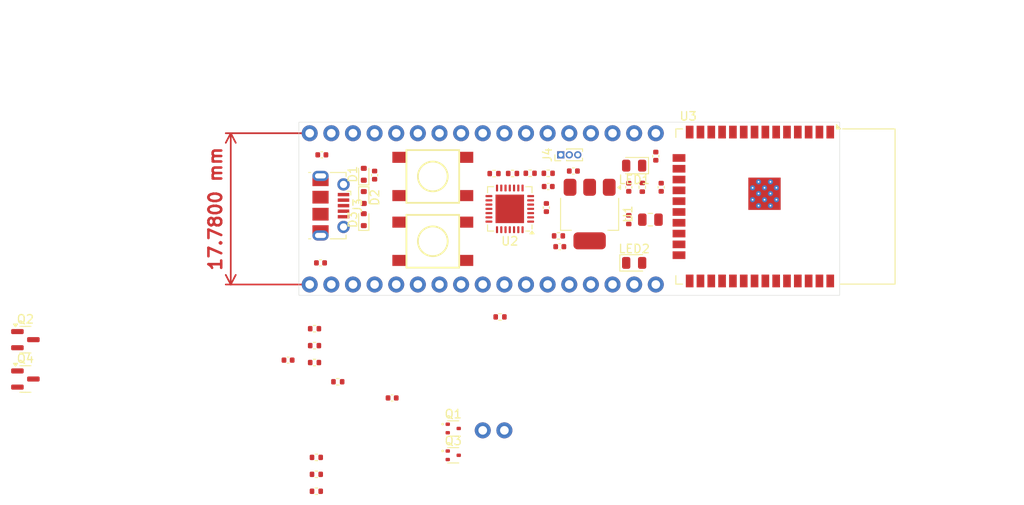
<source format=kicad_pcb>
(kicad_pcb (version 20240108) (generator "pcbnew") (generator_version "8.0")
  (layers (0 "F.Cu" signal) (31 "B.Cu" signal) (34 "B.Paste" user) (35 "F.Paste" user) (36 "B.SilkS" user "B.Silkscreen") (37 "F.SilkS" user "F.Silkscreen") (38 "B.Mask" user) (39 "F.Mask" user) (44 "Edge.Cuts" user))
  (net 0 "")
  (net 1 "5V")
  (net 2 "3.3V")
  (net 4 "Net-(J5-Pin_2)")
  (net 5 "EN")
  (net 6 "5V_EXT")
  (net 7 "IO0_BTN")
  (net 8 "USB_DN")
  (net 9 "USB_DP")
  (net 10 "IO26")
  (net 11 "IO13")
  (net 12 "IO32")
  (net 13 "I35")
  (net 14 "IO14")
  (net 15 "I34")
  (net 16 "IO12")
  (net 17 "I39")
  (net 18 "I36")
  (net 19 "IO27")
  (net 20 "IO25")
  (net 21 "IO33")
  (net 22 "IO21")
  (net 23 "IO17")
  (net 24 "RXD0")
  (net 25 "IO5")
  (net 26 "IO22")
  (net 27 "IO15")
  (net 28 "IO4")
  (net 29 "IO2")
  (net 30 "IO23")
  (net 31 "TXD0")
  (net 32 "IO16")
  (net 33 "IO19")
  (net 34 "IO0_CON")
  (net 35 "IO18")
  (net 45 "5V_VBUS")
  (net 46 "Net-(LED1-A)")
  (net 47 "Net-(LED2-A)")
  (net 48 "RTS")
  (net 52 "Net-(Q2-B)")
  (net 53 "DTR")
  (net 54 "Net-(Q4-B)")
  (net 55 "Net-(U2-~{RST})")
  (net 56 "RXD")
  (net 59 "TXD")
  (net 65 "Net-(U2-VBUS)")
  (net 66 "Net-(U2-~{SUSPEND})")
  (net 67 "IO0")
  (net 80 "GND")
  (footprint "SparkFun-Resistor:R_0402_1005Metric" (layer "F.Cu") (at 140.335 92.71 -90)
    (property "Reference" "R2")
    (property "Value" "560")
    (fp_line (start -0.153641 0.38) (end 0.153641 0.38) (stroke (width 0.12)) (layer "F.SilkS"))
    (fp_line (start -0.153641 -0.38) (end 0.153641 -0.38) (stroke (width 0.12)) (layer "F.SilkS"))
    (pad "1" smd roundrect (at -0.51 0 270) (size 0.54 0.64) (layers "F.Cu" "F.Paste" "F.Mask") (net 2 "3.3V"))
    (pad "2" smd roundrect (at 0.51 0 270) (size 0.54 0.64) (layers "F.Cu" "F.Paste" "F.Mask") (net 47 "Net-(LED2-A)"))
  )
  (footprint "SparkFun-Capacitor:C_0402_1005Metric" (layer "F.Cu") (at 110.49 87.475 -90)
    (property "Reference" "C3")
    (property "Value" "0.1uF")
    (fp_line (start -0.107836 0.36) (end 0.107836 0.36) (stroke (width 0.12)) (layer "F.SilkS"))
    (fp_line (start -0.107836 -0.36) (end 0.107836 -0.36) (stroke (width 0.12)) (layer "F.SilkS"))
    (pad "1" smd roundrect (at -0.48 0 270) (size 0.56 0.62) (layers "F.Cu" "F.Paste" "F.Mask") (net 45 "5V_VBUS"))
    (pad "2" smd roundrect (at 0.48 0 270) (size 0.56 0.62) (layers "F.Cu" "F.Paste" "F.Mask") (net 80 "GND"))
  )
  (footprint "Package_TO_SOT_SMD:SOT-523" (layer "F.Cu") (at 119.725 120.405)
    (property "Reference" "Q3" (at 0 -1.7 0) (layer "F.SilkS"))
    (property "Value" "DMG1012T")
    (fp_line (start 0.65 -0.9) (end -0.65 -0.9) (stroke (width 0.12)) (layer "F.SilkS"))
    (fp_line (start 0.65 0.9) (end -0.65 0.9) (stroke (width 0.12)) (layer "F.SilkS"))
    (fp_circle (center -1.25 -0.51) (end -1.1 -0.51) (fill solid) (layer "F.SilkS"))
    (pad "1" smd roundrect (at -0.645 -0.5 180) (size 0.51 0.4) (layers "F.Cu" "F.Paste" "F.Mask") (net 4 "Net-(J5-Pin_2)"))
    (pad "2" smd roundrect (at -0.645 0.5 180) (size 0.51 0.4) (layers "F.Cu" "F.Paste" "F.Mask") (net 80 "GND"))
    (pad "3" smd roundrect (at 0.645 0 180) (size 0.51 0.4) (layers "F.Cu" "F.Paste" "F.Mask") (net 8 "USB_DN"))
  )
  (footprint "SparkFun-Capacitor:C_0402_1005Metric" (layer "F.Cu") (at 100.33 109.22)
    (property "Reference" "C13")
    (property "Value" "0.1uF")
    (fp_line (start -0.107836 -0.36) (end 0.107836 -0.36) (stroke (width 0.12)) (layer "F.SilkS"))
    (fp_line (start -0.107836 0.36) (end 0.107836 0.36) (stroke (width 0.12)) (layer "F.SilkS"))
    (pad "1" smd roundrect (at -0.48 0) (size 0.56 0.62) (layers "F.Cu" "F.Paste" "F.Mask") (net 7 "IO0_BTN"))
    (pad "2" smd roundrect (at 0.48 0) (size 0.56 0.62) (layers "F.Cu" "F.Paste" "F.Mask") (net 80 "GND"))
  )
  (footprint "Diode_SMD:D_SOD-523" (layer "F.Cu") (at 109.22 90.105 -90)
    (property "Reference" "D2" (at 0 -1.3 90) (layer "F.SilkS"))
    (property "Value" "LESD5D5.0CT1G")
    (fp_line (start 0.7 0.6) (end -1.26 0.6) (stroke (width 0.12)) (layer "F.SilkS"))
    (fp_line (start -1.26 -0.6) (end -1.26 0.6) (stroke (width 0.12)) (layer "F.SilkS"))
    (fp_line (start 0.7 -0.6) (end -1.26 -0.6) (stroke (width 0.12)) (layer "F.SilkS"))
    (pad "1" smd roundrect (at -0.7 0 90) (size 0.6 0.7) (layers "F.Cu" "F.Paste" "F.Mask") (net 80 "GND"))
    (pad "2" smd roundrect (at 0.7 0 90) (size 0.6 0.7) (layers "F.Cu" "F.Paste" "F.Mask") (net 8 "USB_DN"))
  )
  (footprint "SparkFun-Capacitor:C_0402_1005Metric" (layer "F.Cu") (at 130.66 91.285 -90)
    (property "Reference" "C4")
    (property "Value" "4.7uF")
    (fp_line (start -0.107836 0.36) (end 0.107836 0.36) (stroke (width 0.12)) (layer "F.SilkS"))
    (fp_line (start -0.107836 -0.36) (end 0.107836 -0.36) (stroke (width 0.12)) (layer "F.SilkS"))
    (pad "1" smd roundrect (at -0.48 0 270) (size 0.56 0.62) (layers "F.Cu" "F.Paste" "F.Mask") (net 2 "3.3V"))
    (pad "2" smd roundrect (at 0.48 0 270) (size 0.56 0.62) (layers "F.Cu" "F.Paste" "F.Mask") (net 80 "GND"))
  )
  (footprint "LED_SMD:LED_0805_2012Metric" (layer "F.Cu") (at 140.97 97.79)
    (property "Reference" "LED2" (at 0 -1.65 0) (layer "F.SilkS"))
    (property "Value" "LED Red")
    (fp_line (start -1.685 -0.96) (end -1.685 0.96) (stroke (width 0.12)) (layer "F.SilkS"))
    (fp_line (start -1.685 0.96) (end 1 0.96) (stroke (width 0.12)) (layer "F.SilkS"))
    (fp_line (start 1 -0.96) (end -1.685 -0.96) (stroke (width 0.12)) (layer "F.SilkS"))
    (pad "1" smd roundrect (at -0.9375 0) (size 0.975 1.4) (layers "F.Cu" "F.Paste" "F.Mask") (net 35 "IO18"))
    (pad "2" smd roundrect (at 0.9375 0) (size 0.975 1.4) (layers "F.Cu" "F.Paste" "F.Mask") (net 47 "Net-(LED2-A)"))
  )
  (footprint "SparkFun-Resistor:R_0402_1005Metric" (layer "F.Cu") (at 132.08 94.615 180)
    (property "Reference" "R13")
    (property "Value" "10k")
    (fp_line (start -0.153641 0.38) (end 0.153641 0.38) (stroke (width 0.12)) (layer "F.SilkS"))
    (fp_line (start -0.153641 -0.38) (end 0.153641 -0.38) (stroke (width 0.12)) (layer "F.SilkS"))
    (pad "1" smd roundrect (at -0.51 0 180) (size 0.54 0.64) (layers "F.Cu" "F.Paste" "F.Mask") (net 5 "EN"))
    (pad "2" smd roundrect (at 0.51 0 180) (size 0.54 0.64) (layers "F.Cu" "F.Paste" "F.Mask") (net 2 "3.3V"))
  )
  (footprint "Diode_SMD:D_SOD-523" (layer "F.Cu") (at 109.22 92.71 90)
    (property "Reference" "D3" (at 0 -1.3 90) (layer "F.SilkS"))
    (property "Value" "LESD5D5.0CT1G")
    (fp_line (start 0.7 -0.6) (end -1.26 -0.6) (stroke (width 0.12)) (layer "F.SilkS"))
    (fp_line (start -1.26 -0.6) (end -1.26 0.6) (stroke (width 0.12)) (layer "F.SilkS"))
    (fp_line (start 0.7 0.6) (end -1.26 0.6) (stroke (width 0.12)) (layer "F.SilkS"))
    (pad "1" smd roundrect (at -0.7 0 270) (size 0.6 0.7) (layers "F.Cu" "F.Paste" "F.Mask") (net 80 "GND"))
    (pad "2" smd roundrect (at 0.7 0 270) (size 0.6 0.7) (layers "F.Cu" "F.Paste" "F.Mask") (net 9 "USB_DP"))
  )
  (footprint "SparkFun-Capacitor:C_0402_1005Metric" (layer "F.Cu") (at 112.55 113.665)
    (property "Reference" "C6")
    (property "Value" "0.1uF")
    (fp_line (start -0.107836 -0.36) (end 0.107836 -0.36) (stroke (width 0.12)) (layer "F.SilkS"))
    (fp_line (start -0.107836 0.36) (end 0.107836 0.36) (stroke (width 0.12)) (layer "F.SilkS"))
    (pad "1" smd roundrect (at -0.48 0) (size 0.56 0.62) (layers "F.Cu" "F.Paste" "F.Mask") (net 4 "Net-(J5-Pin_2)"))
    (pad "2" smd roundrect (at 0.48 0) (size 0.56 0.62) (layers "F.Cu" "F.Paste" "F.Mask") (net 80 "GND"))
  )
  (footprint "SparkFun-Resistor:R_0402_1005Metric" (layer "F.Cu") (at 103.65 120.655)
    (property "Reference" "R11")
    (property "Value" "10k")
    (fp_line (start -0.153641 -0.38) (end 0.153641 -0.38) (stroke (width 0.12)) (layer "F.SilkS"))
    (fp_line (start -0.153641 0.38) (end 0.153641 0.38) (stroke (width 0.12)) (layer "F.SilkS"))
    (pad "1" smd roundrect (at -0.51 0) (size 0.54 0.64) (layers "F.Cu" "F.Paste" "F.Mask") (net 80 "GND"))
    (pad "2" smd roundrect (at 0.51 0) (size 0.54 0.64) (layers "F.Cu" "F.Paste" "F.Mask") (net 4 "Net-(J5-Pin_2)"))
  )
  (footprint "SparkFun-Resistor:R_0402_1005Metric" (layer "F.Cu") (at 130.875215 87.260049)
    (property "Reference" "R12")
    (property "Value" "47.5k")
    (fp_line (start -0.153641 -0.38) (end 0.153641 -0.38) (stroke (width 0.12)) (layer "F.SilkS"))
    (fp_line (start -0.153641 0.38) (end 0.153641 0.38) (stroke (width 0.12)) (layer "F.SilkS"))
    (pad "1" smd roundrect (at -0.51 0) (size 0.54 0.64) (layers "F.Cu" "F.Paste" "F.Mask") (net 65 "Net-(U2-VBUS)"))
    (pad "2" smd roundrect (at 0.51 0) (size 0.54 0.64) (layers "F.Cu" "F.Paste" "F.Mask") (net 80 "GND"))
  )
  (footprint "SparkFun-Resistor:R_0402_1005Metric" (layer "F.Cu") (at 128.756917 87.257251 180)
    (property "Reference" "R7")
    (property "Value" "22.1k")
    (fp_line (start -0.153641 0.38) (end 0.153641 0.38) (stroke (width 0.12)) (layer "F.SilkS"))
    (fp_line (start -0.153641 -0.38) (end 0.153641 -0.38) (stroke (width 0.12)) (layer "F.SilkS"))
    (pad "1" smd roundrect (at -0.51 0 180) (size 0.54 0.64) (layers "F.Cu" "F.Paste" "F.Mask") (net 65 "Net-(U2-VBUS)"))
    (pad "2" smd roundrect (at 0.51 0 180) (size 0.54 0.64) (layers "F.Cu" "F.Paste" "F.Mask") (net 45 "5V_VBUS"))
  )
  (footprint "SparkFun-Resistor:R_0402_1005Metric" (layer "F.Cu") (at 106.17 111.76)
    (property "Reference" "R10")
    (property "Value" "10k")
    (fp_line (start -0.153641 -0.38) (end 0.153641 -0.38) (stroke (width 0.12)) (layer "F.SilkS"))
    (fp_line (start -0.153641 0.38) (end 0.153641 0.38) (stroke (width 0.12)) (layer "F.SilkS"))
    (pad "1" smd roundrect (at -0.51 0) (size 0.54 0.64) (layers "F.Cu" "F.Paste" "F.Mask") (net 54 "Net-(Q4-B)"))
    (pad "2" smd roundrect (at 0.51 0) (size 0.54 0.64) (layers "F.Cu" "F.Paste" "F.Mask") (net 48 "RTS"))
  )
  (footprint "SparkFun-Resistor:R_0402_1005Metric" (layer "F.Cu") (at 126.687571 87.279628)
    (property "Reference" "R3")
    (property "Value" "1k")
    (fp_line (start -0.153641 -0.38) (end 0.153641 -0.38) (stroke (width 0.12)) (layer "F.SilkS"))
    (fp_line (start -0.153641 0.38) (end 0.153641 0.38) (stroke (width 0.12)) (layer "F.SilkS"))
    (pad "1" smd roundrect (at -0.51 0) (size 0.54 0.64) (layers "F.Cu" "F.Paste" "F.Mask") (net 2 "3.3V"))
    (pad "2" smd roundrect (at 0.51 0) (size 0.54 0.64) (layers "F.Cu" "F.Paste" "F.Mask") (net 55 "Net-(U2-~{RST})"))
  )
  (footprint "SparkFun-Capacitor:C_0402_1005Metric" (layer "F.Cu") (at 104.14 97.79)
    (property "Reference" "C7")
    (property "Value" "0.1uF")
    (fp_line (start -0.107836 -0.36) (end 0.107836 -0.36) (stroke (width 0.12)) (layer "F.SilkS"))
    (fp_line (start -0.107836 0.36) (end 0.107836 0.36) (stroke (width 0.12)) (layer "F.SilkS"))
    (pad "1" smd roundrect (at -0.48 0) (size 0.56 0.62) (layers "F.Cu" "F.Paste" "F.Mask") (net 2 "3.3V"))
    (pad "2" smd roundrect (at 0.48 0) (size 0.56 0.62) (layers "F.Cu" "F.Paste" "F.Mask") (net 80 "GND"))
  )
  (footprint "SparkFun-Resistor:R_0402_1005Metric" (layer "F.Cu") (at 103.65 122.645)
    (property "Reference" "R14")
    (property "Value" "22")
    (fp_line (start -0.153641 -0.38) (end 0.153641 -0.38) (stroke (width 0.12)) (layer "F.SilkS"))
    (fp_line (start -0.153641 0.38) (end 0.153641 0.38) (stroke (width 0.12)) (layer "F.SilkS"))
    (pad "1" smd roundrect (at -0.51 0) (size 0.54 0.64) (layers "F.Cu" "F.Paste" "F.Mask") (net 34 "IO0_CON"))
    (pad "2" smd roundrect (at 0.51 0) (size 0.54 0.64) (layers "F.Cu" "F.Paste" "F.Mask") (net 67 "IO0"))
  )
  (footprint "LED_SMD:LED_0805_2012Metric" (layer "F.Cu") (at 140.97 86.36 180)
    (property "Reference" "LED1" (at 0 -1.65 360) (layer "F.SilkS"))
    (property "Value" "LED Green")
    (fp_line (start 1 -0.96) (end -1.685 -0.96) (stroke (width 0.12)) (layer "F.SilkS"))
    (fp_line (start -1.685 0.96) (end 1 0.96) (stroke (width 0.12)) (layer "F.SilkS"))
    (fp_line (start -1.685 -0.96) (end -1.685 0.96) (stroke (width 0.12)) (layer "F.SilkS"))
    (pad "1" smd roundrect (at -0.9375 0 180) (size 0.975 1.4) (layers "F.Cu" "F.Paste" "F.Mask") (net 80 "GND"))
    (pad "2" smd roundrect (at 0.9375 0 180) (size 0.975 1.4) (layers "F.Cu" "F.Paste" "F.Mask") (net 46 "Net-(LED1-A)"))
  )
  (footprint "Connector_PinHeader_1.00mm:PinHeader_1x03_P1.00mm_Vertical" (layer "F.Cu") (at 132.35 85.09 90)
    (property "Reference" "J4" (at 0 -1.56 90) (layer "F.SilkS"))
    (property "Value" "Conn_01x03")
    (fp_line (start -0.695 -0.685) (end 0 -0.685) (stroke (width 0.12)) (layer "F.SilkS"))
    (fp_line (start -0.695 0) (end -0.695 -0.685) (stroke (width 0.12)) (layer "F.SilkS"))
    (fp_line (start 0.695 0.685) (end 0.695 2.56) (stroke (width 0.12)) (layer "F.SilkS"))
    (fp_line (start 0.608276 0.685) (end 0.695 0.685) (stroke (width 0.12)) (layer "F.SilkS"))
    (fp_line (start -0.695 0.685) (end -0.608276 0.685) (stroke (width 0.12)) (layer "F.SilkS"))
    (fp_line (start -0.695 0.685) (end -0.695 2.56) (stroke (width 0.12)) (layer "F.SilkS"))
    (fp_line (start 0.394493 2.56) (end 0.695 2.56) (stroke (width 0.12)) (layer "F.SilkS"))
    (fp_line (start -0.695 2.56) (end -0.394493 2.56) (stroke (width 0.12)) (layer "F.SilkS"))
    (pad "1" thru_hole rect (at 0 0 90) (size 0.85 0.85) (drill 0.5) (layers "*.Cu" "*.Mask") (net 45 "5V_VBUS"))
    (pad "2" thru_hole oval (at 0 1 90) (size 0.85 0.85) (drill 0.5) (layers "*.Cu" "*.Mask") (net 1 "5V"))
    (pad "3" thru_hole oval (at 0 2 90) (size 0.85 0.85) (drill 0.5) (layers "*.Cu" "*.Mask") (net 6 "5V_EXT"))
  )
  (footprint "SparkFun-Capacitor:C_0402_1005Metric" (layer "F.Cu") (at 133.83 86.995)
    (property "Reference" "C1")
    (property "Value" "10uF")
    (fp_line (start -0.107836 -0.36) (end 0.107836 -0.36) (stroke (width 0.12)) (layer "F.SilkS"))
    (fp_line (start -0.107836 0.36) (end 0.107836 0.36) (stroke (width 0.12)) (layer "F.SilkS"))
    (pad "1" smd roundrect (at -0.48 0) (size 0.56 0.62) (layers "F.Cu" "F.Paste" "F.Mask") (net 1 "5V"))
    (pad "2" smd roundrect (at 0.48 0) (size 0.56 0.62) (layers "F.Cu" "F.Paste" "F.Mask") (net 80 "GND"))
  )
  (footprint "Connector_USB:USB_Micro-B_Molex-105017-0001" (layer "F.Cu") (at 105.3775 91.065535 -90)
    (property "Reference" "J3" (at 0 -3.1125 90) (layer "F.SilkS"))
    (property "Value" "USB_B_Micro")
    (fp_line (start -3.9 2.6375) (end -3.9 2.3875) (stroke (width 0.12)) (layer "F.SilkS"))
    (fp_line (start 3.9 2.6375) (end 3.9 2.3875) (stroke (width 0.12)) (layer "F.SilkS"))
    (fp_line (start -3.9 0.0875) (end -3.9 -1.7625) (stroke (width 0.12)) (layer "F.SilkS"))
    (fp_line (start 3.9 0.0875) (end 3.9 -1.7625) (stroke (width 0.12)) (layer "F.SilkS"))
    (fp_line (start -3.9 -1.7625) (end -3.45 -1.7625) (stroke (width 0.12)) (layer "F.SilkS"))
    (fp_line (start 3.9 -1.7625) (end 3.45 -1.7625) (stroke (width 0.12)) (layer "F.SilkS"))
    (fp_line (start -1.7 -2.3125) (end -1.7 -1.8625) (stroke (width 0.12)) (layer "F.SilkS"))
    (fp_line (start -1.7 -2.3125) (end -1.25 -2.3125) (stroke (width 0.12)) (layer "F.SilkS"))
    (pad "1" smd rect (at -1.3 -1.4625 270) (size 0.4 1.35) (layers "F.Cu" "F.Paste" "F.Mask") (net 45 "5V_VBUS"))
    (pad "2" smd rect (at -0.65 -1.4625 270) (size 0.4 1.35) (layers "F.Cu" "F.Paste" "F.Mask") (net 8 "USB_DN"))
    (pad "3" smd rect (at 0 -1.4625 270) (size 0.4 1.35) (layers "F.Cu" "F.Paste" "F.Mask") (net 9 "USB_DP"))
    (pad "4" smd rect (at 0.65 -1.4625 270) (size 0.4 1.35) (layers "F.Cu" "F.Paste" "F.Mask"))
    (pad "5" smd rect (at 1.3 -1.4625 270) (size 0.4 1.35) (layers "F.Cu" "F.Paste" "F.Mask") (net 80 "GND"))
    (pad "6" thru_hole oval (at -3.5 1.2375 90) (size 1.2 1.9) (drill oval 0.6 1.3) (layers "*.Cu" "*.Mask"))
    (pad "6" smd rect (at -2.9 1.2375 270) (size 1.2 1.9) (layers "F.Cu" "F.Mask"))
    (pad "6" thru_hole circle (at -2.5 -1.4625 270) (size 1.45 1.45) (drill 0.85) (layers "*.Cu" "*.Mask"))
    (pad "6" smd rect (at -1 1.2375 270) (size 1.5 1.9) (layers "F.Cu" "F.Paste" "F.Mask"))
    (pad "6" smd rect (at 1 1.2375 270) (size 1.5 1.9) (layers "F.Cu" "F.Paste" "F.Mask"))
    (pad "6" thru_hole circle (at 2.5 -1.4625 270) (size 1.45 1.45) (drill 0.85) (layers "*.Cu" "*.Mask"))
    (pad "6" smd rect (at 2.9 1.2375 270) (size 1.2 1.9) (layers "F.Cu" "F.Mask"))
    (pad "6" thru_hole oval (at 3.5 1.2375 270) (size 1.2 1.9) (drill oval 0.6 1.3) (layers "*.Cu" "*.Mask"))
  )
  (footprint "Package_TO_SOT_SMD:SOT-23" (layer "F.Cu") (at 69.485 111.44)
    (property "Reference" "Q4" (at 0 -2.4 0) (layer "F.SilkS"))
    (property "Value" "SS8050")
    (fp_line (start 0 -1.56) (end -0.65 -1.56) (stroke (width 0.12)) (layer "F.SilkS"))
    (fp_line (start 0 -1.56) (end 0.65 -1.56) (stroke (width 0.12)) (layer "F.SilkS"))
    (fp_line (start 0 1.56) (end -0.65 1.56) (stroke (width 0.12)) (layer "F.SilkS"))
    (fp_line (start 0 1.56) (end 0.65 1.56) (stroke (width 0.12)) (layer "F.SilkS"))
    (fp_poly (pts (xy -1.1625 -1.51) (xy -1.4025 -1.84) (xy -0.9225 -1.84) (xy -1.1625 -1.51)) (stroke (width 0.12)) (fill solid) (layer "F.SilkS"))
    (pad "1" smd roundrect (at -0.9375 -0.95) (size 1.475 0.6) (layers "F.Cu" "F.Paste" "F.Mask") (net 54 "Net-(Q4-B)"))
    (pad "2" smd roundrect (at -0.9375 0.95) (size 1.475 0.6) (layers "F.Cu" "F.Paste" "F.Mask") (net 53 "DTR"))
    (pad "3" smd roundrect (at 0.9375 0) (size 1.475 0.6) (layers "F.Cu" "F.Paste" "F.Mask") (net 7 "IO0_BTN"))
  )
  (footprint "SparkFun-Resistor:R_0402_1005Metric" (layer "F.Cu") (at 103.4375 105.525)
    (property "Reference" "R5")
    (property "Value" "0")
    (fp_line (start -0.153641 -0.38) (end 0.153641 -0.38) (stroke (width 0.12)) (layer "F.SilkS"))
    (fp_line (start -0.153641 0.38) (end 0.153641 0.38) (stroke (width 0.12)) (layer "F.SilkS"))
    (pad "1" smd roundrect (at -0.51 0) (size 0.54 0.64) (layers "F.Cu" "F.Paste" "F.Mask") (net 24 "RXD0"))
    (pad "2" smd roundrect (at 0.51 0) (size 0.54 0.64) (layers "F.Cu" "F.Paste" "F.Mask") (net 59 "TXD"))
  )
  (footprint "RF_Module:ESP32-WROOM-32D" (layer "F.Cu") (at 155.745 91.165 -90)
    (property "Reference" "U3" (at -10.61 8.43 360) (layer "F.SilkS"))
    (property "Value" "ESP32-WROOM-32E")
    (fp_line (start -9.12 9.88) (end -8.12 9.88) (stroke (width 0.12)) (layer "F.SilkS"))
    (fp_line (start 9.12 9.88) (end 8.12 9.88) (stroke (width 0.12)) (layer "F.SilkS"))
    (fp_line (start -9.12 9.1) (end -9.12 9.88) (stroke (width 0.12)) (layer "F.SilkS"))
    (fp_line (start 9.12 9.1) (end 9.12 9.88) (stroke (width 0.12)) (layer "F.SilkS"))
    (fp_line (start -9.12 -15.86) (end -9.12 -9.7) (stroke (width 0.12)) (layer "F.SilkS"))
    (fp_line (start -9.12 -15.86) (end 9.12 -15.86) (stroke (width 0.12)) (layer "F.SilkS"))
    (fp_line (start 9.12 -15.86) (end 9.12 -9.445) (stroke (width 0.12)) (layer "F.SilkS"))
    (fp_poly (pts (xy -9.125 -8.975) (xy -9.625 -8.975) (xy -9.125 -9.475) (xy -9.125 -8.975)) (stroke (width 0.12)) (fill solid) (layer "F.SilkS"))
    (pad "1" smd rect (at -8.75 -8.25 270) (size 1.5 0.9) (layers "F.Cu" "F.Paste" "F.Mask") (net 80 "GND"))
    (pad "2" smd rect (at -8.75 -6.98 270) (size 1.5 0.9) (layers "F.Cu" "F.Paste" "F.Mask") (net 2 "3.3V"))
    (pad "3" smd rect (at -8.75 -5.71 270) (size 1.5 0.9) (layers "F.Cu" "F.Paste" "F.Mask") (net 5 "EN"))
    (pad "4" smd rect (at -8.75 -4.44 270) (size 1.5 0.9) (layers "F.Cu" "F.Paste" "F.Mask") (net 18 "I36"))
    (pad "5" smd rect (at -8.75 -3.17 270) (size 1.5 0.9) (layers "F.Cu" "F.Paste" "F.Mask") (net 17 "I39"))
    (pad "6" smd rect (at -8.75 -1.9 270) (size 1.5 0.9) (layers "F.Cu" "F.Paste" "F.Mask") (net 15 "I34"))
    (pad "7" smd rect (at -8.75 -0.63 270) (size 1.5 0.9) (layers "F.Cu" "F.Paste" "F.Mask") (net 13 "I35"))
    (pad "8" smd rect (at -8.75 0.64 270) (size 1.5 0.9) (layers "F.Cu" "F.Paste" "F.Mask") (net 12 "IO32"))
    (pad "9" smd rect (at -8.75 1.91 270) (size 1.5 0.9) (layers "F.Cu" "F.Paste" "F.Mask") (net 21 "IO33"))
    (pad "10" smd rect (at -8.75 3.18 270) (size 1.5 0.9) (layers "F.Cu" "F.Paste" "F.Mask") (net 20 "IO25"))
    (pad "11" smd rect (at -8.75 4.45 270) (size 1.5 0.9) (layers "F.Cu" "F.Paste" "F.Mask") (net 10 "IO26"))
    (pad "12" smd rect (at -8.75 5.72 270) (size 1.5 0.9) (layers "F.Cu" "F.Paste" "F.Mask") (net 19 "IO27"))
    (pad "13" smd rect (at -8.75 6.99 270) (size 1.5 0.9) (layers "F.Cu" "F.Paste" "F.Mask") (net 14 "IO14"))
    (pad "14" smd rect (at -8.75 8.26 270) (size 1.5 0.9) (layers "F.Cu" "F.Paste" "F.Mask") (net 16 "IO12"))
    (pad "15" smd rect (at -5.71 9.51) (size 1.5 0.9) (layers "F.Cu" "F.Paste" "F.Mask") (net 80 "GND"))
    (pad "16" smd rect (at -4.44 9.51) (size 1.5 0.9) (layers "F.Cu" "F.Paste" "F.Mask") (net 11 "IO13"))
    (pad "17" smd rect (at -3.17 9.51) (size 1.5 0.9) (layers "F.Cu" "F.Paste" "F.Mask"))
    (pad "18" smd rect (at -1.9 9.51) (size 1.5 0.9) (layers "F.Cu" "F.Paste" "F.Mask"))
    (pad "19" smd rect (at -0.63 9.51) (size 1.5 0.9) (layers "F.Cu" "F.Paste" "F.Mask"))
    (pad "20" smd rect (at 0.64 9.51) (size 1.5 0.9) (layers "F.Cu" "F.Paste" "F.Mask"))
    (pad "21" smd rect (at 1.91 9.51) (size 1.5 0.9) (layers "F.Cu" "F.Paste" "F.Mask"))
    (pad "22" smd rect (at 3.18 9.51) (size 1.5 0.9) (layers "F.Cu" "F.Paste" "F.Mask"))
    (pad "23" smd rect (at 4.45 9.51) (size 1.5 0.9) (layers "F.Cu" "F.Paste" "F.Mask") (net 27 "IO15"))
    (pad "24" smd rect (at 5.72 9.51) (size 1.5 0.9) (layers "F.Cu" "F.Paste" "F.Mask") (net 29 "IO2"))
    (pad "25" smd rect (at 8.75 8.26 270) (size 1.5 0.9) (layers "F.Cu" "F.Paste" "F.Mask") (net 67 "IO0"))
    (pad "26" smd rect (at 8.75 6.99 270) (size 1.5 0.9) (layers "F.Cu" "F.Paste" "F.Mask") (net 28 "IO4"))
    (pad "27" smd rect (at 8.75 5.72 270) (size 1.5 0.9) (layers "F.Cu" "F.Paste" "F.Mask") (net 32 "IO16"))
    (pad "28" smd rect (at 8.75 4.45 270) (size 1.5 0.9) (layers "F.Cu" "F.Paste" "F.Mask") (net 23 "IO17"))
    (pad "29" smd rect (at 8.75 3.18 270) (size 1.5 0.9) (layers "F.Cu" "F.Paste" "F.Mask") (net 25 "IO5"))
    (pad "30" smd rect (at 8.75 1.91 270) (size 1.5 0.9) (layers "F.Cu" "F.Paste" "F.Mask") (net 35 "IO18"))
    (pad "31" smd rect (at 8.75 0.64 270) (size 1.5 0.9) (layers "F.Cu" "F.Paste" "F.Mask") (net 33 "IO19"))
    (pad "32" smd rect (at 8.75 -0.63 270) (size 1.5 0.9) (layers "F.Cu" "F.Paste" "F.Mask"))
    (pad "33" smd rect (at 8.75 -1.9 270) (size 1.5 0.9) (layers "F.Cu" "F.Paste" "F.Mask") (net 22 "IO21"))
    (pad "34" smd rect (at 8.75 -3.17 270) (size 1.5 0.9) (layers "F.Cu" "F.Paste" "F.Mask") (net 24 "RXD0"))
    (pad "35" smd rect (at 8.75 -4.44 270) (size 1.5 0.9) (layers "F.Cu" "F.Paste" "F.Mask") (net 31 "TXD0"))
    (pad "36" smd rect (at 8.75 -5.71 270) (size 1.5 0.9) (layers "F.Cu" "F.Paste" "F.Mask") (net 26 "IO22"))
    (pad "37" smd rect (at 8.75 -6.98 270) (size 1.5 0.9) (layers "F.Cu" "F.Paste" "F.Mask") (net 30 "IO23"))
    (pad "38" smd rect (at 8.75 -8.25 270) (size 1.5 0.9) (layers "F.Cu" "F.Paste" "F.Mask") (net 80 "GND"))
    (pad "39" smd rect (at -2.9 -1.93 270) (size 0.9 0.9) (layers "F.Cu" "F.Paste") (net 80 "GND"))
    (pad "39" thru_hole circle (at -2.9 -1.23 270) (size 0.6 0.6) (drill 0.2) (property pad_prop_heatsink) (layers "*.Cu" "F.Mask") (net 80 "GND"))
    (pad "39" smd rect (at -2.9 -0.53 270) (size 0.9 0.9) (layers "F.Cu" "F.Paste") (net 80 "GND"))
    (pad "39" thru_hole circle (at -2.9 0.17 270) (size 0.6 0.6) (drill 0.2) (property pad_prop_heatsink) (layers "*.Cu" "F.Mask") (net 80 "GND"))
    (pad "39" smd rect (at -2.9 0.87 270) (size 0.9 0.9) (layers "F.Cu" "F.Paste") (net 80 "GND"))
    (pad "39" thru_hole circle (at -2.2 -1.93 270) (size 0.6 0.6) (drill 0.2) (property pad_prop_heatsink) (layers "*.Cu" "F.Mask") (net 80 "GND"))
    (pad "39" thru_hole circle (at -2.2 -0.53 270) (size 0.6 0.6) (drill 0.2) (property pad_prop_heatsink) (layers "*.Cu" "F.Mask") (net 80 "GND"))
    (pad "39" thru_hole circle (at -2.2 0.87 270) (size 0.6 0.6) (drill 0.2) (property pad_prop_heatsink) (layers "*.Cu" "F.Mask") (net 80 "GND"))
    (pad "39" thru_hole circle (at -1.525 -1.23 270) (size 0.6 0.6) (drill 0.2) (property pad_prop_heatsink) (layers "*.Cu" "F.Mask") (net 80 "GND"))
    (pad "39" thru_hole circle (at -1.525 0.17 270) (size 0.6 0.6) (drill 0.2) (property pad_prop_heatsink) (layers "*.Cu" "F.Mask") (net 80 "GND"))
    (pad "39" smd rect (at -1.5 -1.93 270) (size 0.9 0.9) (layers "F.Cu" "F.Paste") (net 80 "GND"))
    (pad "39" smd rect (at -1.5 -0.53 270) (size 0.9 0.9) (layers "F.Cu" "F.Paste") (net 80 "GND"))
    (pad "39" smd rect (at -1.5 -0.53 270) (size 3.8 3.8) (layers "F.Cu" "F.Mask") (net 80 "GND"))
    (pad "39" smd rect (at -1.5 0.87 270) (size 0.9 0.9) (layers "F.Cu" "F.Paste") (net 80 "GND"))
    (pad "39" thru_hole circle (at -0.8 -1.93 270) (size 0.6 0.6) (drill 0.2) (property pad_prop_heatsink) (layers "*.Cu" "F.Mask") (net 80 "GND"))
    (pad "39" thru_hole circle (at -0.8 -0.53 270) (size 0.6 0.6) (drill 0.2) (property pad_prop_heatsink) (layers "*.Cu" "F.Mask") (net 80 "GND"))
    (pad "39" thru_hole circle (at -0.8 0.87 270) (size 0.6 0.6) (drill 0.2) (property pad_prop_heatsink) (layers "*.Cu" "F.Mask") (net 80 "GND"))
    (pad "39" smd rect (at -0.1 -1.93 270) (size 0.9 0.9) (layers "F.Cu" "F.Paste") (net 80 "GND"))
    (pad "39" thru_hole circle (at -0.1 -1.23 270) (size 0.6 0.6) (drill 0.2) (property pad_prop_heatsink) (layers "*.Cu" "F.Mask") (net 80 "GND"))
    (pad "39" smd rect (at -0.1 -0.53 270) (size 0.9 0.9) (layers "F.Cu" "F.Paste") (net 80 "GND"))
    (pad "39" thru_hole circle (at -0.1 0.17 270) (size 0.6 0.6) (drill 0.2) (property pad_prop_heatsink) (layers "*.Cu" "F.Mask") (net 80 "GND"))
    (pad "39" smd rect (at -0.1 0.87 270) (size 0.9 0.9) (layers "F.Cu" "F.Paste") (net 80 "GND"))
  )
  (footprint "SparkFun-Capacitor:C_0402_1005Metric" (layer "F.Cu") (at 130.878993 88.812803)
    (property "Reference" "C5")
    (property "Value" "0.1uF")
    (fp_line (start -0.107836 -0.36) (end 0.107836 -0.36) (stroke (width 0.12)) (layer "F.SilkS"))
    (fp_line (start -0.107836 0.36) (end 0.107836 0.36) (stroke (width 0.12)) (layer "F.SilkS"))
    (pad "1" smd roundrect (at -0.48 0) (size 0.56 0.62) (layers "F.Cu" "F.Paste" "F.Mask") (net 2 "3.3V"))
    (pad "2" smd roundrect (at 0.48 0) (size 0.56 0.62) (layers "F.Cu" "F.Paste" "F.Mask") (net 80 "GND"))
  )
  (footprint "SparkFun-Switch:Push_SMD_6.2x6.2mm" (layer "F.Cu") (at 117.325 87.63)
    (property "Reference" "SW2")
    (property "Value" "SMD_6.2x6.2mm_h7.0mm")
    (fp_line (start -3.1 -3.1) (end -3.1 3.1) (stroke (width 0.2032)) (layer "F.SilkS"))
    (fp_line (start -3.1 3.1) (end 3.1 3.1) (stroke (width 0.2032)) (layer "F.SilkS"))
    (fp_line (start 3.1 -3.1) (end -3.1 -3.1) (stroke (width 0.2032)) (layer "F.SilkS"))
    (fp_line (start 3.1 3.1) (end 3.1 -3.1) (stroke (width 0.2032)) (layer "F.SilkS"))
    (fp_circle (center 0 0) (end 1.75 0) (stroke (width 0.2032)) (fill none) (layer "F.SilkS"))
    (pad "1" smd rect (at -3.975 -2.25 90) (size 1.3 1.55) (layers "F.Cu" "F.Paste" "F.Mask") (net 80 "GND"))
    (pad "1" smd rect (at 3.975 -2.25 90) (size 1.3 1.55) (layers "F.Cu" "F.Paste" "F.Mask") (net 80 "GND"))
    (pad "2" smd rect (at -3.975 2.25 90) (size 1.3 1.55) (layers "F.Cu" "F.Paste" "F.Mask") (net 7 "IO0_BTN"))
    (pad "2" smd rect (at 3.975 2.25 90) (size 1.3 1.55) (layers "F.Cu" "F.Paste" "F.Mask") (net 7 "IO0_BTN"))
  )
  (footprint "SparkFun-Resistor:R_0402_1005Metric" (layer "F.Cu") (at 141.925297 88.906112 90)
    (property "Reference" "R1")
    (property "Value" "5.1k")
    (fp_line (start -0.153641 -0.38) (end 0.153641 -0.38) (stroke (width 0.12)) (layer "F.SilkS"))
    (fp_line (start -0.153641 0.38) (end 0.153641 0.38) (stroke (width 0.12)) (layer "F.SilkS"))
    (pad "1" smd roundrect (at -0.51 0 90) (size 0.54 0.64) (layers "F.Cu" "F.Paste" "F.Mask") (net 2 "3.3V"))
    (pad "2" smd roundrect (at 0.51 0 90) (size 0.54 0.64) (layers "F.Cu" "F.Paste" "F.Mask") (net 46 "Net-(LED1-A)"))
  )
  (footprint "Package_TO_SOT_SMD:SOT-523" (layer "F.Cu") (at 119.725 117.255)
    (property "Reference" "Q1" (at 0 -1.7 0) (layer "F.SilkS"))
    (property "Value" "DMG1012T")
    (fp_line (start 0.65 -0.9) (end -0.65 -0.9) (stroke (width 0.12)) (layer "F.SilkS"))
    (fp_line (start 0.65 0.9) (end -0.65 0.9) (stroke (width 0.12)) (layer "F.SilkS"))
    (fp_circle (center -1.25 -0.51) (end -1.1 -0.51) (fill solid) (layer "F.SilkS"))
    (pad "1" smd roundrect (at -0.645 -0.5 180) (size 0.51 0.4) (layers "F.Cu" "F.Paste" "F.Mask") (net 4 "Net-(J5-Pin_2)"))
    (pad "2" smd roundrect (at -0.645 0.5 180) (size 0.51 0.4) (layers "F.Cu" "F.Paste" "F.Mask") (net 80 "GND"))
    (pad "3" smd roundrect (at 0.645 0 180) (size 0.51 0.4) (layers "F.Cu" "F.Paste" "F.Mask") (net 9 "USB_DP"))
  )
  (footprint "SparkFun-Connector:1x17" (layer "F.Cu") (at 102.87 100.33)
    (property "Reference" "J2")
    (property "Value" "Conn_01x17")
    (pad "1" thru_hole circle (at 0 0 90) (size 1.8796 1.8796) (drill 1.016) (layers "*.Cu" "*.Mask") (net 2 "3.3V"))
    (pad "2" thru_hole circle (at 2.54 0 90) (size 1.8796 1.8796) (drill 1.016) (layers "*.Cu" "*.Mask") (net 80 "GND"))
    (pad "3" thru_hole circle (at 5.08 0 90) (size 1.8796 1.8796) (drill 1.016) (layers "*.Cu" "*.Mask") (net 30 "IO23"))
    (pad "4" thru_hole circle (at 7.62 0 90) (size 1.8796 1.8796) (drill 1.016) (layers "*.Cu" "*.Mask") (net 26 "IO22"))
    (pad "5" thru_hole circle (at 10.16 0 90) (size 1.8796 1.8796) (drill 1.016) (layers "*.Cu" "*.Mask") (net 31 "TXD0"))
    (pad "6" thru_hole circle (at 12.7 0 90) (size 1.8796 1.8796) (drill 1.016) (layers "*.Cu" "*.Mask") (net 24 "RXD0"))
    (pad "7" thru_hole circle (at 15.24 0 90) (size 1.8796 1.8796) (drill 1.016) (layers "*.Cu" "*.Mask") (net 22 "IO21"))
    (pad "8" thru_hole circle (at 17.78 0 90) (size 1.8796 1.8796) (drill 1.016) (layers "*.Cu" "*.Mask") (net 80 "GND"))
    (pad "9" thru_hole circle (at 20.32 0 90) (size 1.8796 1.8796) (drill 1.016) (layers "*.Cu" "*.Mask") (net 33 "IO19"))
    (pad "10" thru_hole circle (at 22.86 0 90) (size 1.8796 1.8796) (drill 1.016) (layers "*.Cu" "*.Mask") (net 35 "IO18"))
    (pad "11" thru_hole circle (at 25.4 0 90) (size 1.8796 1.8796) (drill 1.016) (layers "*.Cu" "*.Mask") (net 25 "IO5"))
    (pad "12" thru_hole circle (at 27.94 0 90) (size 1.8796 1.8796) (drill 1.016) (layers "*.Cu" "*.Mask") (net 23 "IO17"))
    (pad "13" thru_hole circle (at 30.48 0 90) (size 1.8796 1.8796) (drill 1.016) (layers "*.Cu" "*.Mask") (net 32 "IO16"))
    (pad "14" thru_hole circle (at 33.02 0 90) (size 1.8796 1.8796) (drill 1.016) (layers "*.Cu" "*.Mask") (net 28 "IO4"))
    (pad "15" thru_hole circle (at 35.56 0 90) (size 1.8796 1.8796) (drill 1.016) (layers "*.Cu" "*.Mask") (net 34 "IO0_CON"))
    (pad "16" thru_hole circle (at 38.1 0 90) (size 1.8796 1.8796) (drill 1.016) (layers "*.Cu" "*.Mask") (net 29 "IO2"))
    (pad "17" thru_hole circle (at 40.64 0 90) (size 1.8796 1.8796) (drill 1.016) (layers "*.Cu" "*.Mask") (net 27 "IO15"))
  )
  (footprint "SparkFun-Capacitor:C_0402_1005Metric" (layer "F.Cu") (at 143.51 85.245 -90)
    (property "Reference" "C12")
    (property "Value" "0.1uF")
    (fp_line (start -0.107836 0.36) (end 0.107836 0.36) (stroke (width 0.12)) (layer "F.SilkS"))
    (fp_line (start -0.107836 -0.36) (end 0.107836 -0.36) (stroke (width 0.12)) (layer "F.SilkS"))
    (pad "1" smd roundrect (at -0.48 0 270) (size 0.56 0.62) (layers "F.Cu" "F.Paste" "F.Mask") (net 6 "5V_EXT"))
    (pad "2" smd roundrect (at 0.48 0 270) (size 0.56 0.62) (layers "F.Cu" "F.Paste" "F.Mask") (net 80 "GND"))
  )
  (footprint "Package_TO_SOT_SMD:SOT-223-3_TabPin2" (layer "F.Cu") (at 135.74 92.05 -90)
    (property "Reference" "U1" (at 0 -4.5 90) (layer "F.SilkS"))
    (property "Value" "AMS1117-3.3")
    (fp_line (start -1.85 3.41) (end 1.91 3.41) (stroke (width 0.12)) (layer "F.SilkS"))
    (fp_line (start 1.91 3.41) (end 1.91 2.15) (stroke (width 0.12)) (layer "F.SilkS"))
    (fp_line (start -1.85 -3.41) (end 1.91 -3.41) (stroke (width 0.12)) (layer "F.SilkS"))
    (fp_line (start 1.91 -3.41) (end 1.91 -2.15) (stroke (width 0.12)) (layer "F.SilkS"))
    (fp_poly (pts (xy -3.13 -3.31) (xy -3.37 -3.64) (xy -2.89 -3.64) (xy -3.13 -3.31)) (stroke (width 0.12)) (fill solid) (layer "F.SilkS"))
    (pad "1" smd roundrect (at -3.15 -2.3 270) (size 2 1.5) (layers "F.Cu" "F.Paste" "F.Mask") (net 80 "GND"))
    (pad "2" smd roundrect (at -3.15 0 270) (size 2 1.5) (layers "F.Cu" "F.Paste" "F.Mask") (net 2 "3.3V"))
    (pad "2" smd roundrect (at 3.15 0 270) (size 2 3.8) (layers "F.Cu" "F.Paste" "F.Mask") (net 2 "3.3V"))
    (pad "3" smd roundrect (at -3.15 2.3 270) (size 2 1.5) (layers "F.Cu" "F.Paste" "F.Mask") (net 1 "5V"))
  )
  (footprint "Package_DFN_QFN:QFN-28-1EP_5x5mm_P0.5mm_EP3.35x3.35mm" (layer "F.Cu") (at 126.365 91.44 180)
    (property "Reference" "U2" (at 0 -3.8 360) (layer "F.SilkS"))
    (property "Value" "CP2102N-Axx-xQFN28")
    (fp_line (start 2.61 2.61) (end 2.61 1.885) (stroke (width 0.12)) (layer "F.SilkS"))
    (fp_line (start 2.61 -2.61) (end 2.61 -1.885) (stroke (width 0.12)) (layer "F.SilkS"))
    (fp_line (start 1.885 2.61) (end 2.61 2.61) (stroke (width 0.12)) (layer "F.SilkS"))
    (fp_line (start 1.885 -2.61) (end 2.61 -2.61) (stroke (width 0.12)) (layer "F.SilkS"))
    (fp_line (start -1.885 2.61) (end -2.61 2.61) (stroke (width 0.12)) (layer "F.SilkS"))
    (fp_line (start -1.885 -2.61) (end -2.31 -2.61) (stroke (width 0.12)) (layer "F.SilkS"))
    (fp_line (start -2.61 2.61) (end -2.61 1.885) (stroke (width 0.12)) (layer "F.SilkS"))
    (fp_line (start -2.61 -1.885) (end -2.61 -2.37) (stroke (width 0.12)) (layer "F.SilkS"))
    (fp_poly (pts (xy -2.61 -2.61) (xy -2.85 -2.94) (xy -2.37 -2.94) (xy -2.61 -2.61)) (stroke (width 0.12)) (fill solid) (layer "F.SilkS"))
    (pad "1" smd roundrect (at -2.45 -1.5 180) (size 0.8 0.25) (layers "F.Cu" "F.Paste" "F.Mask"))
    (pad "2" smd roundrect (at -2.45 -1 180) (size 0.8 0.25) (layers "F.Cu" "F.Paste" "F.Mask"))
    (pad "3" smd roundrect (at -2.45 -0.5 180) (size 0.8 0.25) (layers "F.Cu" "F.Paste" "F.Mask") (net 80 "GND"))
    (pad "4" smd roundrect (at -2.45 0 180) (size 0.8 0.25) (layers "F.Cu" "F.Paste" "F.Mask") (net 9 "USB_DP"))
    (pad "5" smd roundrect (at -2.45 0.5 180) (size 0.8 0.25) (layers "F.Cu" "F.Paste" "F.Mask") (net 8 "USB_DN"))
    (pad "6" smd roundrect (at -2.45 1 180) (size 0.8 0.25) (layers "F.Cu" "F.Paste" "F.Mask") (net 2 "3.3V"))
    (pad "7" smd roundrect (at -2.45 1.5 180) (size 0.8 0.25) (layers "F.Cu" "F.Paste" "F.Mask") (net 2 "3.3V"))
    (pad "8" smd roundrect (at -1.5 2.45 180) (size 0.25 0.8) (layers "F.Cu" "F.Paste" "F.Mask") (net 65 "Net-(U2-VBUS)"))
    (pad "9" smd roundrect (at -1 2.45 180) (size 0.25 0.8) (layers "F.Cu" "F.Paste" "F.Mask") (net 55 "Net-(U2-~{RST})"))
    (pad "10" smd roundrect (at -0.5 2.45 180) (size 0.25 0.8) (layers "F.Cu" "F.Paste" "F.Mask"))
    (pad "11" smd roundrect (at 0 2.45 180) (size 0.25 0.8) (layers "F.Cu" "F.Paste" "F.Mask") (net 66 "Net-(U2-~{SUSPEND})"))
    (pad "12" smd roundrect (at 0.5 2.45 180) (size 0.25 0.8) (layers "F.Cu" "F.Paste" "F.Mask"))
    (pad "13" smd roundrect (at 1 2.45 180) (size 0.25 0.8) (layers "F.Cu" "F.Paste" "F.Mask"))
    (pad "14" smd roundrect (at 1.5 2.45 180) (size 0.25 0.8) (layers "F.Cu" "F.Paste" "F.Mask"))
    (pad "15" smd roundrect (at 2.45 1.5 180) (size 0.8 0.25) (layers "F.Cu" "F.Paste" "F.Mask"))
    (pad "16" smd roundrect (at 2.45 1 180) (size 0.8 0.25) (layers "F.Cu" "F.Paste" "F.Mask"))
    (pad "17" smd roundrect (at 2.45 0.5 180) (size 0.8 0.25) (layers "F.Cu" "F.Paste" "F.Mask"))
    (pad "18" smd roundrect (at 2.45 0 180) (size 0.8 0.25) (layers "F.Cu" "F.Paste" "F.Mask"))
    (pad "19" smd roundrect (at 2.45 -0.5 180) (size 0.8 0.25) (layers "F.Cu" "F.Paste" "F.Mask"))
    (pad "20" smd roundrect (at 2.45 -1 180) (size 0.8 0.25) (layers "F.Cu" "F.Paste" "F.Mask"))
    (pad "21" smd roundrect (at 2.45 -1.5 180) (size 0.8 0.25) (layers "F.Cu" "F.Paste" "F.Mask"))
    (pad "22" smd roundrect (at 1.5 -2.45 180) (size 0.25 0.8) (layers "F.Cu" "F.Paste" "F.Mask"))
    (pad "23" smd roundrect (at 1 -2.45 180) (size 0.25 0.8) (layers "F.Cu" "F.Paste" "F.Mask"))
    (pad "24" smd roundrect (at 0.5 -2.45 180) (size 0.25 0.8) (layers "F.Cu" "F.Paste" "F.Mask") (net 48 "RTS"))
    (pad "25" smd roundrect (at 0 -2.45 180) (size 0.25 0.8) (layers "F.Cu" "F.Paste" "F.Mask") (net 56 "RXD"))
    (pad "26" smd roundrect (at -0.5 -2.45 180) (size 0.25 0.8) (layers "F.Cu" "F.Paste" "F.Mask") (net 59 "TXD"))
    (pad "27" smd roundrect (at -1 -2.45 180) (size 0.25 0.8) (layers "F.Cu" "F.Paste" "F.Mask"))
    (pad "28" smd roundrect (at -1.5 -2.45 180) (size 0.25 0.8) (layers "F.Cu" "F.Paste" "F.Mask") (net 53 "DTR"))
    (pad "29" smd rect (at 0 0 180) (size 3.35 3.35) (property pad_prop_heatsink) (layers "F.Cu" "F.Mask") (net 80 "GND"))
  )
  (footprint "SparkFun-Resistor:R_0402_1005Metric" (layer "F.Cu") (at 103.4375 107.515)
    (property "Reference" "R4")
    (property "Value" "0")
    (fp_line (start -0.153641 -0.38) (end 0.153641 -0.38) (stroke (width 0.12)) (layer "F.SilkS"))
    (fp_line (start -0.153641 0.38) (end 0.153641 0.38) (stroke (width 0.12)) (layer "F.SilkS"))
    (pad "1" smd roundrect (at -0.51 0) (size 0.54 0.64) (layers "F.Cu" "F.Paste" "F.Mask") (net 31 "TXD0"))
    (pad "2" smd roundrect (at 0.51 0) (size 0.54 0.64) (layers "F.Cu" "F.Paste" "F.Mask") (net 56 "RXD"))
  )
  (footprint "SparkFun-Connector:1x17" (layer "F.Cu") (at 102.87 82.55)
    (property "Reference" "J1")
    (property "Value" "Conn_01x17")
    (pad "1" thru_hole circle (at 0 0 90) (size 1.8796 1.8796) (drill 1.016) (layers "*.Cu" "*.Mask") (net 80 "GND"))
    (pad "2" thru_hole circle (at 2.54 0 90) (size 1.8796 1.8796) (drill 1.016) (layers "*.Cu" "*.Mask") (net 2 "3.3V"))
    (pad "3" thru_hole circle (at 5.08 0 90) (size 1.8796 1.8796) (drill 1.016) (layers "*.Cu" "*.Mask") (net 5 "EN"))
    (pad "4" thru_hole circle (at 7.62 0 90) (size 1.8796 1.8796) (drill 1.016) (layers "*.Cu" "*.Mask") (net 18 "I36"))
    (pad "5" thru_hole circle (at 10.16 0 90) (size 1.8796 1.8796) (drill 1.016) (layers "*.Cu" "*.Mask") (net 17 "I39"))
    (pad "6" thru_hole circle (at 12.7 0 90) (size 1.8796 1.8796) (drill 1.016) (layers "*.Cu" "*.Mask") (net 15 "I34"))
    (pad "7" thru_hole circle (at 15.24 0 90) (size 1.8796 1.8796) (drill 1.016) (layers "*.Cu" "*.Mask") (net 13 "I35"))
    (pad "8" thru_hole circle (at 17.78 0 90) (size 1.8796 1.8796) (drill 1.016) (layers "*.Cu" "*.Mask") (net 12 "IO32"))
    (pad "9" thru_hole circle (at 20.32 0 90) (size 1.8796 1.8796) (drill 1.016) (layers "*.Cu" "*.Mask") (net 21 "IO33"))
    (pad "10" thru_hole circle (at 22.86 0 90) (size 1.8796 1.8796) (drill 1.016) (layers "*.Cu" "*.Mask") (net 20 "IO25"))
    (pad "11" thru_hole circle (at 25.4 0 90) (size 1.8796 1.8796) (drill 1.016) (layers "*.Cu" "*.Mask") (net 10 "IO26"))
    (pad "12" thru_hole circle (at 27.94 0 90) (size 1.8796 1.8796) (drill 1.016) (layers "*.Cu" "*.Mask") (net 19 "IO27"))
    (pad "13" thru_hole circle (at 30.48 0 90) (size 1.8796 1.8796) (drill 1.016) (layers "*.Cu" "*.Mask") (net 14 "IO14"))
    (pad "14" thru_hole circle (at 33.02 0 90) (size 1.8796 1.8796) (drill 1.016) (layers "*.Cu" "*.Mask") (net 16 "IO12"))
    (pad "15" thru_hole circle (at 35.56 0 90) (size 1.8796 1.8796) (drill 1.016) (layers "*.Cu" "*.Mask") (net 80 "GND"))
    (pad "16" thru_hole circle (at 38.1 0 90) (size 1.8796 1.8796) (drill 1.016) (layers "*.Cu" "*.Mask") (net 11 "IO13"))
    (pad "17" thru_hole circle (at 40.64 0 90) (size 1.8796 1.8796) (drill 1.016) (layers "*.Cu" "*.Mask") (net 6 "5V_EXT"))
  )
  (footprint "SparkFun-Capacitor:C_0402_1005Metric" (layer "F.Cu") (at 104.295 85.09 180)
    (property "Reference" "C8")
    (property "Value" "0.1uF")
    (fp_line (start -0.107836 0.36) (end 0.107836 0.36) (stroke (width 0.12)) (layer "F.SilkS"))
    (fp_line (start -0.107836 -0.36) (end 0.107836 -0.36) (stroke (width 0.12)) (layer "F.SilkS"))
    (pad "1" smd roundrect (at -0.48 0 180) (size 0.56 0.62) (layers "F.Cu" "F.Paste" "F.Mask") (net 2 "3.3V"))
    (pad "2" smd roundrect (at 0.48 0 180) (size 0.56 0.62) (layers "F.Cu" "F.Paste" "F.Mask") (net 80 "GND"))
  )
  (footprint "SparkFun-Resistor:R_0402_1005Metric" (layer "F.Cu") (at 125.22 104.14)
    (property "Reference" "R9")
    (property "Value" "1K")
    (fp_line (start -0.153641 -0.38) (end 0.153641 -0.38) (stroke (width 0.12)) (layer "F.SilkS"))
    (fp_line (start -0.153641 0.38) (end 0.153641 0.38) (stroke (width 0.12)) (layer "F.SilkS"))
    (pad "1" smd roundrect (at -0.51 0) (size 0.54 0.64) (layers "F.Cu" "F.Paste" "F.Mask") (net 4 "Net-(J5-Pin_2)"))
    (pad "2" smd roundrect (at 0.51 0) (size 0.54 0.64) (layers "F.Cu" "F.Paste" "F.Mask") (net 30 "IO23"))
  )
  (footprint "SparkFun-Capacitor:C_0805_2012Metric" (layer "F.Cu") (at 142.875 92.71)
    (property "Reference" "C10")
    (property "Value" "22uF")
    (fp_line (start -0.261252 -0.735) (end 0.261252 -0.735) (stroke (width 0.12)) (layer "F.SilkS"))
    (fp_line (start -0.261252 0.735) (end 0.261252 0.735) (stroke (width 0.12)) (layer "F.SilkS"))
    (pad "1" smd roundrect (at -0.95 0) (size 1 1.45) (layers "F.Cu" "F.Paste" "F.Mask") (net 2 "3.3V"))
    (pad "2" smd roundrect (at 0.95 0) (size 1 1.45) (layers "F.Cu" "F.Paste" "F.Mask") (net 80 "GND"))
  )
  (footprint "SparkFun-Switch:Push_SMD_6.2x6.2mm" (layer "F.Cu") (at 117.325 95.25)
    (property "Reference" "SW1")
    (property "Value" "SMD_6.2x6.2mm_h7.0mm")
    (fp_line (start -3.1 -3.1) (end -3.1 3.1) (stroke (width 0.2032)) (layer "F.SilkS"))
    (fp_line (start -3.1 3.1) (end 3.1 3.1) (stroke (width 0.2032)) (layer "F.SilkS"))
    (fp_line (start 3.1 -3.1) (end -3.1 -3.1) (stroke (width 0.2032)) (layer "F.SilkS"))
    (fp_line (start 3.1 3.1) (end 3.1 -3.1) (stroke (width 0.2032)) (layer "F.SilkS"))
    (fp_circle (center 0 0) (end 1.75 0) (stroke (width 0.2032)) (fill none) (layer "F.SilkS"))
    (pad "1" smd rect (at -3.975 -2.25 90) (size 1.3 1.55) (layers "F.Cu" "F.Paste" "F.Mask") (net 80 "GND"))
    (pad "1" smd rect (at 3.975 -2.25 90) (size 1.3 1.55) (layers "F.Cu" "F.Paste" "F.Mask") (net 80 "GND"))
    (pad "2" smd rect (at -3.975 2.25 90) (size 1.3 1.55) (layers "F.Cu" "F.Paste" "F.Mask") (net 5 "EN"))
    (pad "2" smd rect (at 3.975 2.25 90) (size 1.3 1.55) (layers "F.Cu" "F.Paste" "F.Mask") (net 5 "EN"))
  )
  (footprint "Diode_SMD:D_SOD-523" (layer "F.Cu") (at 109.22 87.373556 90)
    (property "Reference" "D1" (at 0 -1.3 90) (layer "F.SilkS"))
    (property "Value" "LESD5D5.0CT1G")
    (fp_line (start 0.7 -0.6) (end -1.26 -0.6) (stroke (width 0.12)) (layer "F.SilkS"))
    (fp_line (start -1.26 -0.6) (end -1.26 0.6) (stroke (width 0.12)) (layer "F.SilkS"))
    (fp_line (start 0.7 0.6) (end -1.26 0.6) (stroke (width 0.12)) (layer "F.SilkS"))
    (pad "1" smd roundrect (at -0.7 0 270) (size 0.6 0.7) (layers "F.Cu" "F.Paste" "F.Mask") (net 80 "GND"))
    (pad "2" smd roundrect (at 0.7 0 270) (size 0.6 0.7) (layers "F.Cu" "F.Paste" "F.Mask") (net 45 "5V_VBUS"))
  )
  (footprint "SparkFun-Resistor:R_0402_1005Metric" (layer "F.Cu") (at 124.517885 87.29152 180)
    (property "Reference" "R8")
    (property "Value" "10k")
    (fp_line (start -0.153641 0.38) (end 0.153641 0.38) (stroke (width 0.12)) (layer "F.SilkS"))
    (fp_line (start -0.153641 -0.38) (end 0.153641 -0.38) (stroke (width 0.12)) (layer "F.SilkS"))
    (pad "1" smd roundrect (at -0.51 0 180) (size 0.54 0.64) (layers "F.Cu" "F.Paste" "F.Mask") (net 66 "Net-(U2-~{SUSPEND})"))
    (pad "2" smd roundrect (at 0.51 0 180) (size 0.54 0.64) (layers "F.Cu" "F.Paste" "F.Mask") (net 80 "GND"))
  )
  (footprint "SparkFun-Connector:1x02" (layer "F.Cu") (at 123.19 117.475)
    (property "Reference" "J5")
    (property "Value" "Conn_01x02")
    (pad "1" thru_hole circle (at 0 0 90) (size 1.8796 1.8796) (drill 1.016) (layers "*.Cu" "*.Mask") (net 2 "3.3V"))
    (pad "2" thru_hole circle (at 2.54 0 90) (size 1.8796 1.8796) (drill 1.016) (layers "*.Cu" "*.Mask") (net 4 "Net-(J5-Pin_2)"))
  )
  (footprint "SparkFun-Capacitor:C_0402_1005Metric" (layer "F.Cu") (at 140.335 88.9 90)
    (property "Reference" "C2")
    (property "Value" "10uF")
    (fp_line (start -0.107836 -0.36) (end 0.107836 -0.36) (stroke (width 0.12)) (layer "F.SilkS"))
    (fp_line (start -0.107836 0.36) (end 0.107836 0.36) (stroke (width 0.12)) (layer "F.SilkS"))
    (pad "1" smd roundrect (at -0.48 0 90) (size 0.56 0.62) (layers "F.Cu" "F.Paste" "F.Mask") (net 2 "3.3V"))
    (pad "2" smd roundrect (at 0.48 0 90) (size 0.56 0.62) (layers "F.Cu" "F.Paste" "F.Mask") (net 80 "GND"))
  )
  (footprint "Package_TO_SOT_SMD:SOT-23" (layer "F.Cu") (at 69.485 106.815)
    (property "Reference" "Q2" (at 0 -2.4 0) (layer "F.SilkS"))
    (property "Value" "SS8050")
    (fp_line (start 0 -1.56) (end -0.65 -1.56) (stroke (width 0.12)) (layer "F.SilkS"))
    (fp_line (start 0 -1.56) (end 0.65 -1.56) (stroke (width 0.12)) (layer "F.SilkS"))
    (fp_line (start 0 1.56) (end -0.65 1.56) (stroke (width 0.12)) (layer "F.SilkS"))
    (fp_line (start 0 1.56) (end 0.65 1.56) (stroke (width 0.12)) (layer "F.SilkS"))
    (fp_poly (pts (xy -1.1625 -1.51) (xy -1.4025 -1.84) (xy -0.9225 -1.84) (xy -1.1625 -1.51)) (stroke (width 0.12)) (fill solid) (layer "F.SilkS"))
    (pad "1" smd roundrect (at -0.9375 -0.95) (size 1.475 0.6) (layers "F.Cu" "F.Paste" "F.Mask") (net 52 "Net-(Q2-B)"))
    (pad "2" smd roundrect (at -0.9375 0.95) (size 1.475 0.6) (layers "F.Cu" "F.Paste" "F.Mask") (net 48 "RTS"))
    (pad "3" smd roundrect (at 0.9375 0) (size 1.475 0.6) (layers "F.Cu" "F.Paste" "F.Mask") (net 5 "EN"))
  )
  (footprint "SparkFun-Resistor:R_0402_1005Metric" (layer "F.Cu") (at 103.4375 109.505)
    (property "Reference" "R6")
    (property "Value" "10k")
    (fp_line (start -0.153641 -0.38) (end 0.153641 -0.38) (stroke (width 0.12)) (layer "F.SilkS"))
    (fp_line (start -0.153641 0.38) (end 0.153641 0.38) (stroke (width 0.12)) (layer "F.SilkS"))
    (pad "1" smd roundrect (at -0.51 0) (size 0.54 0.64) (layers "F.Cu" "F.Paste" "F.Mask") (net 52 "Net-(Q2-B)"))
    (pad "2" smd roundrect (at 0.51 0) (size 0.54 0.64) (layers "F.Cu" "F.Paste" "F.Mask") (net 53 "DTR"))
  )
  (footprint "SparkFun-Capacitor:C_0402_1005Metric" (layer "F.Cu") (at 132.235 95.885 180)
    (property "Reference" "C9")
    (property "Value" "0.1uF")
    (fp_line (start -0.107836 0.36) (end 0.107836 0.36) (stroke (width 0.12)) (layer "F.SilkS"))
    (fp_line (start -0.107836 -0.36) (end 0.107836 -0.36) (stroke (width 0.12)) (layer "F.SilkS"))
    (pad "1" smd roundrect (at -0.48 0 180) (size 0.56 0.62) (layers "F.Cu" "F.Paste" "F.Mask") (net 80 "GND"))
    (pad "2" smd roundrect (at 0.48 0 180) (size 0.56 0.62) (layers "F.Cu" "F.Paste" "F.Mask") (net 5 "EN"))
  )
  (footprint "SparkFun-Capacitor:C_0402_1005Metric" (layer "F.Cu") (at 144.145 88.9 -90)
    (property "Reference" "C11")
    (property "Value" "0.1uF")
    (fp_line (start -0.107836 0.36) (end 0.107836 0.36) (stroke (width 0.12)) (layer "F.SilkS"))
    (fp_line (start -0.107836 -0.36) (end 0.107836 -0.36) (stroke (width 0.12)) (layer "F.SilkS"))
    (pad "1" smd roundrect (at -0.48 0 270) (size 0.56 0.62) (layers "F.Cu" "F.Paste" "F.Mask") (net 2 "3.3V"))
    (pad "2" smd roundrect (at 0.48 0 270) (size 0.56 0.62) (layers "F.Cu" "F.Paste" "F.Mask") (net 80 "GND"))
  )
  (footprint "SparkFun-Resistor:R_0402_1005Metric" (layer "F.Cu") (at 103.65 124.635)
    (property "Reference" "R15")
    (property "Value" "22")
    (fp_line (start -0.153641 -0.38) (end 0.153641 -0.38) (stroke (width 0.12)) (layer "F.SilkS"))
    (fp_line (start -0.153641 0.38) (end 0.153641 0.38) (stroke (width 0.12)) (layer "F.SilkS"))
    (pad "1" smd roundrect (at -0.51 0) (size 0.54 0.64) (layers "F.Cu" "F.Paste" "F.Mask") (net 7 "IO0_BTN"))
    (pad "2" smd roundrect (at 0.51 0) (size 0.54 0.64) (layers "F.Cu" "F.Paste" "F.Mask") (net 67 "IO0"))
  )
  (gr_rect (start 101.6 81.2546) (end 165.1 101.6) (stroke (width 0.05)) (fill none) (layer "Edge.Cuts"))
  (dimension (type aligned) (layer "F.Cu") (pts (xy 102.87 100.33) (xy 102.87 82.55)) (height -9.271) (gr_text "17.7800 mm" (at 91.799 91.44 90) (layer "F.Cu") (effects (font (size 1.5 1.5) (thickness 0.3)))) (format (prefix "") (suffix "") (units 3) (units_format 1) (precision 4)) (style (thickness 0.2) (arrow_length 1.27) (text_position_mode 0) (extension_height 0.58642) (extension_offset 0.5) keep_text_aligned))
)
</source>
